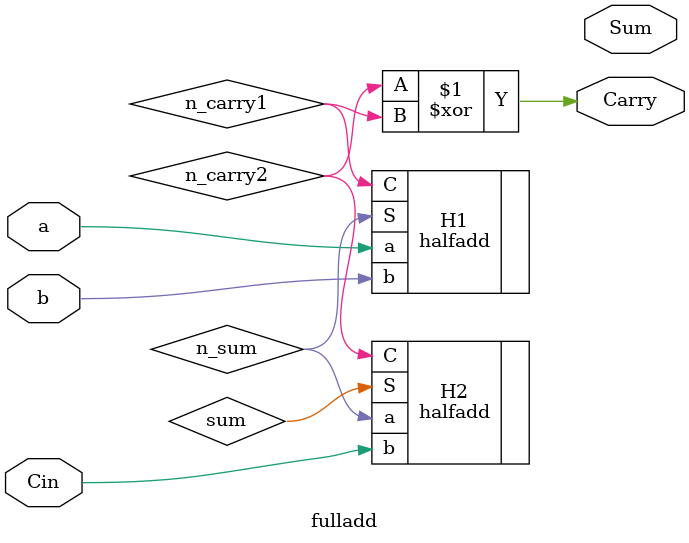
<source format=v>
/* Full adder but with 2 half adders 
for a full adder, we have a Sum and a Carry
Sum = a ^ b ^ Cin
Carry = (a^b) + (b^Cin) + (Cin^a)
*/ 

/*This is learn how to instantiate a module in another module*/

module fulladd(a, b, Cin, Sum, Carry);

input a, b, Cin;
output Sum, Carry;

wire n_carry1, n_carry2, n_sum;
 
/*
instead of using assignment we will simply form port connections for 2 instances of half adders with appropriate logic
we need to include the files that contain the halfadd module in the compile statement in CMD so iverilog knows 
where to find the module
*/
 halfadd H1(.a(a), .b(b), .S(n_sum), .C(n_carry1)); //This is called port connecting by name
 halfadd H2(.a(n_sum), .b(Cin), .S(sum), .C(n_carry2));  
 assign Carry = n_carry2 ^ n_carry1; 
 
 
 /* Can also use the Or gate primitive 
 or U3(carry, n_carry1, n_carry2);
 need to make sure the order is correct
 */

endmodule 

/*
Compile errors:

D:\Software\GitHub Desktop\Verilog-Projects\code\full_adder_half.v:19: error: port ``sum'' is not a port of H1.
D:\Software\GitHub Desktop\Verilog-Projects\code\full_adder_half.v:19: error: port ``carry'' is not a port of H1.
D:\Software\GitHub Desktop\Verilog-Projects\code\full_adder_half.v:20: error: port ``sum'' is not a port of H2.
D:\Software\GitHub Desktop\Verilog-Projects\code\full_adder_half.v:20: error: port ``carry'' is not a port of H2.
D:\Software\GitHub Desktop\Verilog-Projects\code\full_adder_half.v:21: error: Unable to bind wire/reg/memory `n_carry1' in `fulladd'
D:\Software\GitHub Desktop\Verilog-Projects\code\full_adder_half.v:21: error: Unable to elaborate r-value: (n_carry2)^(n_carry1)
*/

/*
Fixes:

there were no wires for internal signals: added wire n_carry1, n_carry2, n_sum;
the names of the ports for the instantiation were wrong

*/

</source>
